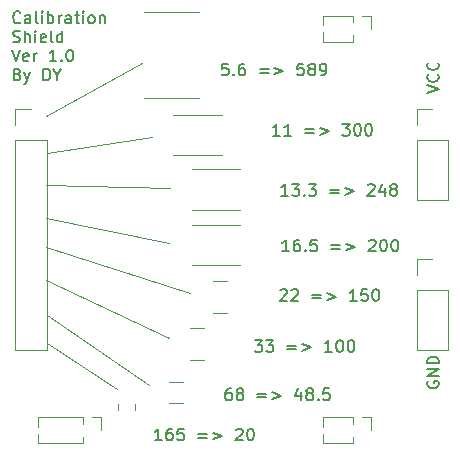
<source format=gbr>
G04 #@! TF.GenerationSoftware,KiCad,Pcbnew,5.99.0-unknown-df3fabf~86~ubuntu18.04.1*
G04 #@! TF.CreationDate,2019-10-25T18:59:48-04:00*
G04 #@! TF.ProjectId,current_calibration_board,63757272-656e-4745-9f63-616c69627261,rev?*
G04 #@! TF.SameCoordinates,Original*
G04 #@! TF.FileFunction,Legend,Top*
G04 #@! TF.FilePolarity,Positive*
%FSLAX46Y46*%
G04 Gerber Fmt 4.6, Leading zero omitted, Abs format (unit mm)*
G04 Created by KiCad (PCBNEW 5.99.0-unknown-df3fabf~86~ubuntu18.04.1) date 2019-10-25 18:59:48*
%MOMM*%
%LPD*%
G04 APERTURE LIST*
%ADD10C,0.150000*%
%ADD11C,0.120000*%
G04 APERTURE END LIST*
D10*
X166600000Y-112861904D02*
X166552380Y-112957142D01*
X166552380Y-113100000D01*
X166600000Y-113242857D01*
X166695238Y-113338095D01*
X166790476Y-113385714D01*
X166980952Y-113433333D01*
X167123809Y-113433333D01*
X167314285Y-113385714D01*
X167409523Y-113338095D01*
X167504761Y-113242857D01*
X167552380Y-113100000D01*
X167552380Y-113004761D01*
X167504761Y-112861904D01*
X167457142Y-112814285D01*
X167123809Y-112814285D01*
X167123809Y-113004761D01*
X167552380Y-112385714D02*
X166552380Y-112385714D01*
X167552380Y-111814285D01*
X166552380Y-111814285D01*
X167552380Y-111338095D02*
X166552380Y-111338095D01*
X166552380Y-111100000D01*
X166600000Y-110957142D01*
X166695238Y-110861904D01*
X166790476Y-110814285D01*
X166980952Y-110766666D01*
X167123809Y-110766666D01*
X167314285Y-110814285D01*
X167409523Y-110861904D01*
X167504761Y-110957142D01*
X167552380Y-111100000D01*
X167552380Y-111338095D01*
X166552380Y-88433333D02*
X167552380Y-88100000D01*
X166552380Y-87766666D01*
X167457142Y-86861904D02*
X167504761Y-86909523D01*
X167552380Y-87052380D01*
X167552380Y-87147619D01*
X167504761Y-87290476D01*
X167409523Y-87385714D01*
X167314285Y-87433333D01*
X167123809Y-87480952D01*
X166980952Y-87480952D01*
X166790476Y-87433333D01*
X166695238Y-87385714D01*
X166600000Y-87290476D01*
X166552380Y-87147619D01*
X166552380Y-87052380D01*
X166600000Y-86909523D01*
X166647619Y-86861904D01*
X167457142Y-85861904D02*
X167504761Y-85909523D01*
X167552380Y-86052380D01*
X167552380Y-86147619D01*
X167504761Y-86290476D01*
X167409523Y-86385714D01*
X167314285Y-86433333D01*
X167123809Y-86480952D01*
X166980952Y-86480952D01*
X166790476Y-86433333D01*
X166695238Y-86385714D01*
X166600000Y-86290476D01*
X166552380Y-86147619D01*
X166552380Y-86052380D01*
X166600000Y-85909523D01*
X166647619Y-85861904D01*
X132107023Y-82442142D02*
X132059404Y-82489761D01*
X131916547Y-82537380D01*
X131821309Y-82537380D01*
X131678452Y-82489761D01*
X131583214Y-82394523D01*
X131535595Y-82299285D01*
X131487976Y-82108809D01*
X131487976Y-81965952D01*
X131535595Y-81775476D01*
X131583214Y-81680238D01*
X131678452Y-81585000D01*
X131821309Y-81537380D01*
X131916547Y-81537380D01*
X132059404Y-81585000D01*
X132107023Y-81632619D01*
X132964166Y-82537380D02*
X132964166Y-82013571D01*
X132916547Y-81918333D01*
X132821309Y-81870714D01*
X132630833Y-81870714D01*
X132535595Y-81918333D01*
X132964166Y-82489761D02*
X132868928Y-82537380D01*
X132630833Y-82537380D01*
X132535595Y-82489761D01*
X132487976Y-82394523D01*
X132487976Y-82299285D01*
X132535595Y-82204047D01*
X132630833Y-82156428D01*
X132868928Y-82156428D01*
X132964166Y-82108809D01*
X133583214Y-82537380D02*
X133487976Y-82489761D01*
X133440357Y-82394523D01*
X133440357Y-81537380D01*
X133964166Y-82537380D02*
X133964166Y-81870714D01*
X133964166Y-81537380D02*
X133916547Y-81585000D01*
X133964166Y-81632619D01*
X134011785Y-81585000D01*
X133964166Y-81537380D01*
X133964166Y-81632619D01*
X134440357Y-82537380D02*
X134440357Y-81537380D01*
X134440357Y-81918333D02*
X134535595Y-81870714D01*
X134726071Y-81870714D01*
X134821309Y-81918333D01*
X134868928Y-81965952D01*
X134916547Y-82061190D01*
X134916547Y-82346904D01*
X134868928Y-82442142D01*
X134821309Y-82489761D01*
X134726071Y-82537380D01*
X134535595Y-82537380D01*
X134440357Y-82489761D01*
X135345119Y-82537380D02*
X135345119Y-81870714D01*
X135345119Y-82061190D02*
X135392738Y-81965952D01*
X135440357Y-81918333D01*
X135535595Y-81870714D01*
X135630833Y-81870714D01*
X136392738Y-82537380D02*
X136392738Y-82013571D01*
X136345119Y-81918333D01*
X136249880Y-81870714D01*
X136059404Y-81870714D01*
X135964166Y-81918333D01*
X136392738Y-82489761D02*
X136297500Y-82537380D01*
X136059404Y-82537380D01*
X135964166Y-82489761D01*
X135916547Y-82394523D01*
X135916547Y-82299285D01*
X135964166Y-82204047D01*
X136059404Y-82156428D01*
X136297500Y-82156428D01*
X136392738Y-82108809D01*
X136726071Y-81870714D02*
X137107023Y-81870714D01*
X136868928Y-81537380D02*
X136868928Y-82394523D01*
X136916547Y-82489761D01*
X137011785Y-82537380D01*
X137107023Y-82537380D01*
X137440357Y-82537380D02*
X137440357Y-81870714D01*
X137440357Y-81537380D02*
X137392738Y-81585000D01*
X137440357Y-81632619D01*
X137487976Y-81585000D01*
X137440357Y-81537380D01*
X137440357Y-81632619D01*
X138059404Y-82537380D02*
X137964166Y-82489761D01*
X137916547Y-82442142D01*
X137868928Y-82346904D01*
X137868928Y-82061190D01*
X137916547Y-81965952D01*
X137964166Y-81918333D01*
X138059404Y-81870714D01*
X138202261Y-81870714D01*
X138297500Y-81918333D01*
X138345119Y-81965952D01*
X138392738Y-82061190D01*
X138392738Y-82346904D01*
X138345119Y-82442142D01*
X138297500Y-82489761D01*
X138202261Y-82537380D01*
X138059404Y-82537380D01*
X138821309Y-81870714D02*
X138821309Y-82537380D01*
X138821309Y-81965952D02*
X138868928Y-81918333D01*
X138964166Y-81870714D01*
X139107023Y-81870714D01*
X139202261Y-81918333D01*
X139249880Y-82013571D01*
X139249880Y-82537380D01*
X131487976Y-84099761D02*
X131630833Y-84147380D01*
X131868928Y-84147380D01*
X131964166Y-84099761D01*
X132011785Y-84052142D01*
X132059404Y-83956904D01*
X132059404Y-83861666D01*
X132011785Y-83766428D01*
X131964166Y-83718809D01*
X131868928Y-83671190D01*
X131678452Y-83623571D01*
X131583214Y-83575952D01*
X131535595Y-83528333D01*
X131487976Y-83433095D01*
X131487976Y-83337857D01*
X131535595Y-83242619D01*
X131583214Y-83195000D01*
X131678452Y-83147380D01*
X131916547Y-83147380D01*
X132059404Y-83195000D01*
X132487976Y-84147380D02*
X132487976Y-83147380D01*
X132916547Y-84147380D02*
X132916547Y-83623571D01*
X132868928Y-83528333D01*
X132773690Y-83480714D01*
X132630833Y-83480714D01*
X132535595Y-83528333D01*
X132487976Y-83575952D01*
X133392738Y-84147380D02*
X133392738Y-83480714D01*
X133392738Y-83147380D02*
X133345119Y-83195000D01*
X133392738Y-83242619D01*
X133440357Y-83195000D01*
X133392738Y-83147380D01*
X133392738Y-83242619D01*
X134249880Y-84099761D02*
X134154642Y-84147380D01*
X133964166Y-84147380D01*
X133868928Y-84099761D01*
X133821309Y-84004523D01*
X133821309Y-83623571D01*
X133868928Y-83528333D01*
X133964166Y-83480714D01*
X134154642Y-83480714D01*
X134249880Y-83528333D01*
X134297500Y-83623571D01*
X134297500Y-83718809D01*
X133821309Y-83814047D01*
X134868928Y-84147380D02*
X134773690Y-84099761D01*
X134726071Y-84004523D01*
X134726071Y-83147380D01*
X135678452Y-84147380D02*
X135678452Y-83147380D01*
X135678452Y-84099761D02*
X135583214Y-84147380D01*
X135392738Y-84147380D01*
X135297500Y-84099761D01*
X135249880Y-84052142D01*
X135202261Y-83956904D01*
X135202261Y-83671190D01*
X135249880Y-83575952D01*
X135297500Y-83528333D01*
X135392738Y-83480714D01*
X135583214Y-83480714D01*
X135678452Y-83528333D01*
X131392738Y-84757380D02*
X131726071Y-85757380D01*
X132059404Y-84757380D01*
X132773690Y-85709761D02*
X132678452Y-85757380D01*
X132487976Y-85757380D01*
X132392738Y-85709761D01*
X132345119Y-85614523D01*
X132345119Y-85233571D01*
X132392738Y-85138333D01*
X132487976Y-85090714D01*
X132678452Y-85090714D01*
X132773690Y-85138333D01*
X132821309Y-85233571D01*
X132821309Y-85328809D01*
X132345119Y-85424047D01*
X133249880Y-85757380D02*
X133249880Y-85090714D01*
X133249880Y-85281190D02*
X133297500Y-85185952D01*
X133345119Y-85138333D01*
X133440357Y-85090714D01*
X133535595Y-85090714D01*
X135154642Y-85757380D02*
X134583214Y-85757380D01*
X134868928Y-85757380D02*
X134868928Y-84757380D01*
X134773690Y-84900238D01*
X134678452Y-84995476D01*
X134583214Y-85043095D01*
X135583214Y-85662142D02*
X135630833Y-85709761D01*
X135583214Y-85757380D01*
X135535595Y-85709761D01*
X135583214Y-85662142D01*
X135583214Y-85757380D01*
X136249880Y-84757380D02*
X136345119Y-84757380D01*
X136440357Y-84805000D01*
X136487976Y-84852619D01*
X136535595Y-84947857D01*
X136583214Y-85138333D01*
X136583214Y-85376428D01*
X136535595Y-85566904D01*
X136487976Y-85662142D01*
X136440357Y-85709761D01*
X136345119Y-85757380D01*
X136249880Y-85757380D01*
X136154642Y-85709761D01*
X136107023Y-85662142D01*
X136059404Y-85566904D01*
X136011785Y-85376428D01*
X136011785Y-85138333D01*
X136059404Y-84947857D01*
X136107023Y-84852619D01*
X136154642Y-84805000D01*
X136249880Y-84757380D01*
X131868928Y-86843571D02*
X132011785Y-86891190D01*
X132059404Y-86938809D01*
X132107023Y-87034047D01*
X132107023Y-87176904D01*
X132059404Y-87272142D01*
X132011785Y-87319761D01*
X131916547Y-87367380D01*
X131535595Y-87367380D01*
X131535595Y-86367380D01*
X131868928Y-86367380D01*
X131964166Y-86415000D01*
X132011785Y-86462619D01*
X132059404Y-86557857D01*
X132059404Y-86653095D01*
X132011785Y-86748333D01*
X131964166Y-86795952D01*
X131868928Y-86843571D01*
X131535595Y-86843571D01*
X132440357Y-86700714D02*
X132678452Y-87367380D01*
X132916547Y-86700714D02*
X132678452Y-87367380D01*
X132583214Y-87605476D01*
X132535595Y-87653095D01*
X132440357Y-87700714D01*
X134059404Y-87367380D02*
X134059404Y-86367380D01*
X134297500Y-86367380D01*
X134440357Y-86415000D01*
X134535595Y-86510238D01*
X134583214Y-86605476D01*
X134630833Y-86795952D01*
X134630833Y-86938809D01*
X134583214Y-87129285D01*
X134535595Y-87224523D01*
X134440357Y-87319761D01*
X134297500Y-87367380D01*
X134059404Y-87367380D01*
X135249880Y-86891190D02*
X135249880Y-87367380D01*
X134916547Y-86367380D02*
X135249880Y-86891190D01*
X135583214Y-86367380D01*
D11*
X143300000Y-92200000D02*
X134400000Y-93500000D01*
X134300000Y-90400000D02*
X142400000Y-85900000D01*
X134300000Y-96200000D02*
X144800000Y-96500000D01*
X144700000Y-101100000D02*
X134300000Y-99000000D01*
X134300000Y-101500000D02*
X146500000Y-105400000D01*
X144700000Y-109200000D02*
X134300000Y-104300000D01*
X143000000Y-113200000D02*
X134400000Y-107200000D01*
X134400000Y-109600000D02*
X140300000Y-113500000D01*
D10*
X144080952Y-117852380D02*
X143509523Y-117852380D01*
X143795238Y-117852380D02*
X143795238Y-116852380D01*
X143700000Y-116995238D01*
X143604761Y-117090476D01*
X143509523Y-117138095D01*
X144938095Y-116852380D02*
X144747619Y-116852380D01*
X144652380Y-116900000D01*
X144604761Y-116947619D01*
X144509523Y-117090476D01*
X144461904Y-117280952D01*
X144461904Y-117661904D01*
X144509523Y-117757142D01*
X144557142Y-117804761D01*
X144652380Y-117852380D01*
X144842857Y-117852380D01*
X144938095Y-117804761D01*
X144985714Y-117757142D01*
X145033333Y-117661904D01*
X145033333Y-117423809D01*
X144985714Y-117328571D01*
X144938095Y-117280952D01*
X144842857Y-117233333D01*
X144652380Y-117233333D01*
X144557142Y-117280952D01*
X144509523Y-117328571D01*
X144461904Y-117423809D01*
X145938095Y-116852380D02*
X145461904Y-116852380D01*
X145414285Y-117328571D01*
X145461904Y-117280952D01*
X145557142Y-117233333D01*
X145795238Y-117233333D01*
X145890476Y-117280952D01*
X145938095Y-117328571D01*
X145985714Y-117423809D01*
X145985714Y-117661904D01*
X145938095Y-117757142D01*
X145890476Y-117804761D01*
X145795238Y-117852380D01*
X145557142Y-117852380D01*
X145461904Y-117804761D01*
X145414285Y-117757142D01*
X147176190Y-117328571D02*
X147938095Y-117328571D01*
X147938095Y-117614285D02*
X147176190Y-117614285D01*
X148414285Y-117185714D02*
X149176190Y-117471428D01*
X148414285Y-117757142D01*
X150366666Y-116947619D02*
X150414285Y-116900000D01*
X150509523Y-116852380D01*
X150747619Y-116852380D01*
X150842857Y-116900000D01*
X150890476Y-116947619D01*
X150938095Y-117042857D01*
X150938095Y-117138095D01*
X150890476Y-117280952D01*
X150319047Y-117852380D01*
X150938095Y-117852380D01*
X151557142Y-116852380D02*
X151652380Y-116852380D01*
X151747619Y-116900000D01*
X151795238Y-116947619D01*
X151842857Y-117042857D01*
X151890476Y-117233333D01*
X151890476Y-117471428D01*
X151842857Y-117661904D01*
X151795238Y-117757142D01*
X151747619Y-117804761D01*
X151652380Y-117852380D01*
X151557142Y-117852380D01*
X151461904Y-117804761D01*
X151414285Y-117757142D01*
X151366666Y-117661904D01*
X151319047Y-117471428D01*
X151319047Y-117233333D01*
X151366666Y-117042857D01*
X151414285Y-116947619D01*
X151461904Y-116900000D01*
X151557142Y-116852380D01*
X149947619Y-113452380D02*
X149757142Y-113452380D01*
X149661904Y-113500000D01*
X149614285Y-113547619D01*
X149519047Y-113690476D01*
X149471428Y-113880952D01*
X149471428Y-114261904D01*
X149519047Y-114357142D01*
X149566666Y-114404761D01*
X149661904Y-114452380D01*
X149852380Y-114452380D01*
X149947619Y-114404761D01*
X149995238Y-114357142D01*
X150042857Y-114261904D01*
X150042857Y-114023809D01*
X149995238Y-113928571D01*
X149947619Y-113880952D01*
X149852380Y-113833333D01*
X149661904Y-113833333D01*
X149566666Y-113880952D01*
X149519047Y-113928571D01*
X149471428Y-114023809D01*
X150614285Y-113880952D02*
X150519047Y-113833333D01*
X150471428Y-113785714D01*
X150423809Y-113690476D01*
X150423809Y-113642857D01*
X150471428Y-113547619D01*
X150519047Y-113500000D01*
X150614285Y-113452380D01*
X150804761Y-113452380D01*
X150900000Y-113500000D01*
X150947619Y-113547619D01*
X150995238Y-113642857D01*
X150995238Y-113690476D01*
X150947619Y-113785714D01*
X150900000Y-113833333D01*
X150804761Y-113880952D01*
X150614285Y-113880952D01*
X150519047Y-113928571D01*
X150471428Y-113976190D01*
X150423809Y-114071428D01*
X150423809Y-114261904D01*
X150471428Y-114357142D01*
X150519047Y-114404761D01*
X150614285Y-114452380D01*
X150804761Y-114452380D01*
X150900000Y-114404761D01*
X150947619Y-114357142D01*
X150995238Y-114261904D01*
X150995238Y-114071428D01*
X150947619Y-113976190D01*
X150900000Y-113928571D01*
X150804761Y-113880952D01*
X152185714Y-113928571D02*
X152947619Y-113928571D01*
X152947619Y-114214285D02*
X152185714Y-114214285D01*
X153423809Y-113785714D02*
X154185714Y-114071428D01*
X153423809Y-114357142D01*
X155852380Y-113785714D02*
X155852380Y-114452380D01*
X155614285Y-113404761D02*
X155376190Y-114119047D01*
X155995238Y-114119047D01*
X156519047Y-113880952D02*
X156423809Y-113833333D01*
X156376190Y-113785714D01*
X156328571Y-113690476D01*
X156328571Y-113642857D01*
X156376190Y-113547619D01*
X156423809Y-113500000D01*
X156519047Y-113452380D01*
X156709523Y-113452380D01*
X156804761Y-113500000D01*
X156852380Y-113547619D01*
X156900000Y-113642857D01*
X156900000Y-113690476D01*
X156852380Y-113785714D01*
X156804761Y-113833333D01*
X156709523Y-113880952D01*
X156519047Y-113880952D01*
X156423809Y-113928571D01*
X156376190Y-113976190D01*
X156328571Y-114071428D01*
X156328571Y-114261904D01*
X156376190Y-114357142D01*
X156423809Y-114404761D01*
X156519047Y-114452380D01*
X156709523Y-114452380D01*
X156804761Y-114404761D01*
X156852380Y-114357142D01*
X156900000Y-114261904D01*
X156900000Y-114071428D01*
X156852380Y-113976190D01*
X156804761Y-113928571D01*
X156709523Y-113880952D01*
X157328571Y-114357142D02*
X157376190Y-114404761D01*
X157328571Y-114452380D01*
X157280952Y-114404761D01*
X157328571Y-114357142D01*
X157328571Y-114452380D01*
X158280952Y-113452380D02*
X157804761Y-113452380D01*
X157757142Y-113928571D01*
X157804761Y-113880952D01*
X157900000Y-113833333D01*
X158138095Y-113833333D01*
X158233333Y-113880952D01*
X158280952Y-113928571D01*
X158328571Y-114023809D01*
X158328571Y-114261904D01*
X158280952Y-114357142D01*
X158233333Y-114404761D01*
X158138095Y-114452380D01*
X157900000Y-114452380D01*
X157804761Y-114404761D01*
X157757142Y-114357142D01*
X151961904Y-109352380D02*
X152580952Y-109352380D01*
X152247619Y-109733333D01*
X152390476Y-109733333D01*
X152485714Y-109780952D01*
X152533333Y-109828571D01*
X152580952Y-109923809D01*
X152580952Y-110161904D01*
X152533333Y-110257142D01*
X152485714Y-110304761D01*
X152390476Y-110352380D01*
X152104761Y-110352380D01*
X152009523Y-110304761D01*
X151961904Y-110257142D01*
X152914285Y-109352380D02*
X153533333Y-109352380D01*
X153200000Y-109733333D01*
X153342857Y-109733333D01*
X153438095Y-109780952D01*
X153485714Y-109828571D01*
X153533333Y-109923809D01*
X153533333Y-110161904D01*
X153485714Y-110257142D01*
X153438095Y-110304761D01*
X153342857Y-110352380D01*
X153057142Y-110352380D01*
X152961904Y-110304761D01*
X152914285Y-110257142D01*
X154723809Y-109828571D02*
X155485714Y-109828571D01*
X155485714Y-110114285D02*
X154723809Y-110114285D01*
X155961904Y-109685714D02*
X156723809Y-109971428D01*
X155961904Y-110257142D01*
X158485714Y-110352380D02*
X157914285Y-110352380D01*
X158200000Y-110352380D02*
X158200000Y-109352380D01*
X158104761Y-109495238D01*
X158009523Y-109590476D01*
X157914285Y-109638095D01*
X159104761Y-109352380D02*
X159200000Y-109352380D01*
X159295238Y-109400000D01*
X159342857Y-109447619D01*
X159390476Y-109542857D01*
X159438095Y-109733333D01*
X159438095Y-109971428D01*
X159390476Y-110161904D01*
X159342857Y-110257142D01*
X159295238Y-110304761D01*
X159200000Y-110352380D01*
X159104761Y-110352380D01*
X159009523Y-110304761D01*
X158961904Y-110257142D01*
X158914285Y-110161904D01*
X158866666Y-109971428D01*
X158866666Y-109733333D01*
X158914285Y-109542857D01*
X158961904Y-109447619D01*
X159009523Y-109400000D01*
X159104761Y-109352380D01*
X160057142Y-109352380D02*
X160152380Y-109352380D01*
X160247619Y-109400000D01*
X160295238Y-109447619D01*
X160342857Y-109542857D01*
X160390476Y-109733333D01*
X160390476Y-109971428D01*
X160342857Y-110161904D01*
X160295238Y-110257142D01*
X160247619Y-110304761D01*
X160152380Y-110352380D01*
X160057142Y-110352380D01*
X159961904Y-110304761D01*
X159914285Y-110257142D01*
X159866666Y-110161904D01*
X159819047Y-109971428D01*
X159819047Y-109733333D01*
X159866666Y-109542857D01*
X159914285Y-109447619D01*
X159961904Y-109400000D01*
X160057142Y-109352380D01*
X154109523Y-105147619D02*
X154157142Y-105100000D01*
X154252380Y-105052380D01*
X154490476Y-105052380D01*
X154585714Y-105100000D01*
X154633333Y-105147619D01*
X154680952Y-105242857D01*
X154680952Y-105338095D01*
X154633333Y-105480952D01*
X154061904Y-106052380D01*
X154680952Y-106052380D01*
X155061904Y-105147619D02*
X155109523Y-105100000D01*
X155204761Y-105052380D01*
X155442857Y-105052380D01*
X155538095Y-105100000D01*
X155585714Y-105147619D01*
X155633333Y-105242857D01*
X155633333Y-105338095D01*
X155585714Y-105480952D01*
X155014285Y-106052380D01*
X155633333Y-106052380D01*
X156823809Y-105528571D02*
X157585714Y-105528571D01*
X157585714Y-105814285D02*
X156823809Y-105814285D01*
X158061904Y-105385714D02*
X158823809Y-105671428D01*
X158061904Y-105957142D01*
X160585714Y-106052380D02*
X160014285Y-106052380D01*
X160300000Y-106052380D02*
X160300000Y-105052380D01*
X160204761Y-105195238D01*
X160109523Y-105290476D01*
X160014285Y-105338095D01*
X161490476Y-105052380D02*
X161014285Y-105052380D01*
X160966666Y-105528571D01*
X161014285Y-105480952D01*
X161109523Y-105433333D01*
X161347619Y-105433333D01*
X161442857Y-105480952D01*
X161490476Y-105528571D01*
X161538095Y-105623809D01*
X161538095Y-105861904D01*
X161490476Y-105957142D01*
X161442857Y-106004761D01*
X161347619Y-106052380D01*
X161109523Y-106052380D01*
X161014285Y-106004761D01*
X160966666Y-105957142D01*
X162157142Y-105052380D02*
X162252380Y-105052380D01*
X162347619Y-105100000D01*
X162395238Y-105147619D01*
X162442857Y-105242857D01*
X162490476Y-105433333D01*
X162490476Y-105671428D01*
X162442857Y-105861904D01*
X162395238Y-105957142D01*
X162347619Y-106004761D01*
X162252380Y-106052380D01*
X162157142Y-106052380D01*
X162061904Y-106004761D01*
X162014285Y-105957142D01*
X161966666Y-105861904D01*
X161919047Y-105671428D01*
X161919047Y-105433333D01*
X161966666Y-105242857D01*
X162014285Y-105147619D01*
X162061904Y-105100000D01*
X162157142Y-105052380D01*
X154866666Y-101852380D02*
X154295238Y-101852380D01*
X154580952Y-101852380D02*
X154580952Y-100852380D01*
X154485714Y-100995238D01*
X154390476Y-101090476D01*
X154295238Y-101138095D01*
X155723809Y-100852380D02*
X155533333Y-100852380D01*
X155438095Y-100900000D01*
X155390476Y-100947619D01*
X155295238Y-101090476D01*
X155247619Y-101280952D01*
X155247619Y-101661904D01*
X155295238Y-101757142D01*
X155342857Y-101804761D01*
X155438095Y-101852380D01*
X155628571Y-101852380D01*
X155723809Y-101804761D01*
X155771428Y-101757142D01*
X155819047Y-101661904D01*
X155819047Y-101423809D01*
X155771428Y-101328571D01*
X155723809Y-101280952D01*
X155628571Y-101233333D01*
X155438095Y-101233333D01*
X155342857Y-101280952D01*
X155295238Y-101328571D01*
X155247619Y-101423809D01*
X156247619Y-101757142D02*
X156295238Y-101804761D01*
X156247619Y-101852380D01*
X156200000Y-101804761D01*
X156247619Y-101757142D01*
X156247619Y-101852380D01*
X157200000Y-100852380D02*
X156723809Y-100852380D01*
X156676190Y-101328571D01*
X156723809Y-101280952D01*
X156819047Y-101233333D01*
X157057142Y-101233333D01*
X157152380Y-101280952D01*
X157200000Y-101328571D01*
X157247619Y-101423809D01*
X157247619Y-101661904D01*
X157200000Y-101757142D01*
X157152380Y-101804761D01*
X157057142Y-101852380D01*
X156819047Y-101852380D01*
X156723809Y-101804761D01*
X156676190Y-101757142D01*
X158438095Y-101328571D02*
X159200000Y-101328571D01*
X159200000Y-101614285D02*
X158438095Y-101614285D01*
X159676190Y-101185714D02*
X160438095Y-101471428D01*
X159676190Y-101757142D01*
X161628571Y-100947619D02*
X161676190Y-100900000D01*
X161771428Y-100852380D01*
X162009523Y-100852380D01*
X162104761Y-100900000D01*
X162152380Y-100947619D01*
X162200000Y-101042857D01*
X162200000Y-101138095D01*
X162152380Y-101280952D01*
X161580952Y-101852380D01*
X162200000Y-101852380D01*
X162819047Y-100852380D02*
X162914285Y-100852380D01*
X163009523Y-100900000D01*
X163057142Y-100947619D01*
X163104761Y-101042857D01*
X163152380Y-101233333D01*
X163152380Y-101471428D01*
X163104761Y-101661904D01*
X163057142Y-101757142D01*
X163009523Y-101804761D01*
X162914285Y-101852380D01*
X162819047Y-101852380D01*
X162723809Y-101804761D01*
X162676190Y-101757142D01*
X162628571Y-101661904D01*
X162580952Y-101471428D01*
X162580952Y-101233333D01*
X162628571Y-101042857D01*
X162676190Y-100947619D01*
X162723809Y-100900000D01*
X162819047Y-100852380D01*
X163771428Y-100852380D02*
X163866666Y-100852380D01*
X163961904Y-100900000D01*
X164009523Y-100947619D01*
X164057142Y-101042857D01*
X164104761Y-101233333D01*
X164104761Y-101471428D01*
X164057142Y-101661904D01*
X164009523Y-101757142D01*
X163961904Y-101804761D01*
X163866666Y-101852380D01*
X163771428Y-101852380D01*
X163676190Y-101804761D01*
X163628571Y-101757142D01*
X163580952Y-101661904D01*
X163533333Y-101471428D01*
X163533333Y-101233333D01*
X163580952Y-101042857D01*
X163628571Y-100947619D01*
X163676190Y-100900000D01*
X163771428Y-100852380D01*
X154766666Y-97152380D02*
X154195238Y-97152380D01*
X154480952Y-97152380D02*
X154480952Y-96152380D01*
X154385714Y-96295238D01*
X154290476Y-96390476D01*
X154195238Y-96438095D01*
X155100000Y-96152380D02*
X155719047Y-96152380D01*
X155385714Y-96533333D01*
X155528571Y-96533333D01*
X155623809Y-96580952D01*
X155671428Y-96628571D01*
X155719047Y-96723809D01*
X155719047Y-96961904D01*
X155671428Y-97057142D01*
X155623809Y-97104761D01*
X155528571Y-97152380D01*
X155242857Y-97152380D01*
X155147619Y-97104761D01*
X155100000Y-97057142D01*
X156147619Y-97057142D02*
X156195238Y-97104761D01*
X156147619Y-97152380D01*
X156100000Y-97104761D01*
X156147619Y-97057142D01*
X156147619Y-97152380D01*
X156528571Y-96152380D02*
X157147619Y-96152380D01*
X156814285Y-96533333D01*
X156957142Y-96533333D01*
X157052380Y-96580952D01*
X157100000Y-96628571D01*
X157147619Y-96723809D01*
X157147619Y-96961904D01*
X157100000Y-97057142D01*
X157052380Y-97104761D01*
X156957142Y-97152380D01*
X156671428Y-97152380D01*
X156576190Y-97104761D01*
X156528571Y-97057142D01*
X158338095Y-96628571D02*
X159100000Y-96628571D01*
X159100000Y-96914285D02*
X158338095Y-96914285D01*
X159576190Y-96485714D02*
X160338095Y-96771428D01*
X159576190Y-97057142D01*
X161528571Y-96247619D02*
X161576190Y-96200000D01*
X161671428Y-96152380D01*
X161909523Y-96152380D01*
X162004761Y-96200000D01*
X162052380Y-96247619D01*
X162100000Y-96342857D01*
X162100000Y-96438095D01*
X162052380Y-96580952D01*
X161480952Y-97152380D01*
X162100000Y-97152380D01*
X162957142Y-96485714D02*
X162957142Y-97152380D01*
X162719047Y-96104761D02*
X162480952Y-96819047D01*
X163100000Y-96819047D01*
X163623809Y-96580952D02*
X163528571Y-96533333D01*
X163480952Y-96485714D01*
X163433333Y-96390476D01*
X163433333Y-96342857D01*
X163480952Y-96247619D01*
X163528571Y-96200000D01*
X163623809Y-96152380D01*
X163814285Y-96152380D01*
X163909523Y-96200000D01*
X163957142Y-96247619D01*
X164004761Y-96342857D01*
X164004761Y-96390476D01*
X163957142Y-96485714D01*
X163909523Y-96533333D01*
X163814285Y-96580952D01*
X163623809Y-96580952D01*
X163528571Y-96628571D01*
X163480952Y-96676190D01*
X163433333Y-96771428D01*
X163433333Y-96961904D01*
X163480952Y-97057142D01*
X163528571Y-97104761D01*
X163623809Y-97152380D01*
X163814285Y-97152380D01*
X163909523Y-97104761D01*
X163957142Y-97057142D01*
X164004761Y-96961904D01*
X164004761Y-96771428D01*
X163957142Y-96676190D01*
X163909523Y-96628571D01*
X163814285Y-96580952D01*
X154080952Y-92052380D02*
X153509523Y-92052380D01*
X153795238Y-92052380D02*
X153795238Y-91052380D01*
X153700000Y-91195238D01*
X153604761Y-91290476D01*
X153509523Y-91338095D01*
X155033333Y-92052380D02*
X154461904Y-92052380D01*
X154747619Y-92052380D02*
X154747619Y-91052380D01*
X154652380Y-91195238D01*
X154557142Y-91290476D01*
X154461904Y-91338095D01*
X156223809Y-91528571D02*
X156985714Y-91528571D01*
X156985714Y-91814285D02*
X156223809Y-91814285D01*
X157461904Y-91385714D02*
X158223809Y-91671428D01*
X157461904Y-91957142D01*
X159366666Y-91052380D02*
X159985714Y-91052380D01*
X159652380Y-91433333D01*
X159795238Y-91433333D01*
X159890476Y-91480952D01*
X159938095Y-91528571D01*
X159985714Y-91623809D01*
X159985714Y-91861904D01*
X159938095Y-91957142D01*
X159890476Y-92004761D01*
X159795238Y-92052380D01*
X159509523Y-92052380D01*
X159414285Y-92004761D01*
X159366666Y-91957142D01*
X160604761Y-91052380D02*
X160700000Y-91052380D01*
X160795238Y-91100000D01*
X160842857Y-91147619D01*
X160890476Y-91242857D01*
X160938095Y-91433333D01*
X160938095Y-91671428D01*
X160890476Y-91861904D01*
X160842857Y-91957142D01*
X160795238Y-92004761D01*
X160700000Y-92052380D01*
X160604761Y-92052380D01*
X160509523Y-92004761D01*
X160461904Y-91957142D01*
X160414285Y-91861904D01*
X160366666Y-91671428D01*
X160366666Y-91433333D01*
X160414285Y-91242857D01*
X160461904Y-91147619D01*
X160509523Y-91100000D01*
X160604761Y-91052380D01*
X161557142Y-91052380D02*
X161652380Y-91052380D01*
X161747619Y-91100000D01*
X161795238Y-91147619D01*
X161842857Y-91242857D01*
X161890476Y-91433333D01*
X161890476Y-91671428D01*
X161842857Y-91861904D01*
X161795238Y-91957142D01*
X161747619Y-92004761D01*
X161652380Y-92052380D01*
X161557142Y-92052380D01*
X161461904Y-92004761D01*
X161414285Y-91957142D01*
X161366666Y-91861904D01*
X161319047Y-91671428D01*
X161319047Y-91433333D01*
X161366666Y-91242857D01*
X161414285Y-91147619D01*
X161461904Y-91100000D01*
X161557142Y-91052380D01*
X149695238Y-85952380D02*
X149219047Y-85952380D01*
X149171428Y-86428571D01*
X149219047Y-86380952D01*
X149314285Y-86333333D01*
X149552380Y-86333333D01*
X149647619Y-86380952D01*
X149695238Y-86428571D01*
X149742857Y-86523809D01*
X149742857Y-86761904D01*
X149695238Y-86857142D01*
X149647619Y-86904761D01*
X149552380Y-86952380D01*
X149314285Y-86952380D01*
X149219047Y-86904761D01*
X149171428Y-86857142D01*
X150171428Y-86857142D02*
X150219047Y-86904761D01*
X150171428Y-86952380D01*
X150123809Y-86904761D01*
X150171428Y-86857142D01*
X150171428Y-86952380D01*
X151076190Y-85952380D02*
X150885714Y-85952380D01*
X150790476Y-86000000D01*
X150742857Y-86047619D01*
X150647619Y-86190476D01*
X150600000Y-86380952D01*
X150600000Y-86761904D01*
X150647619Y-86857142D01*
X150695238Y-86904761D01*
X150790476Y-86952380D01*
X150980952Y-86952380D01*
X151076190Y-86904761D01*
X151123809Y-86857142D01*
X151171428Y-86761904D01*
X151171428Y-86523809D01*
X151123809Y-86428571D01*
X151076190Y-86380952D01*
X150980952Y-86333333D01*
X150790476Y-86333333D01*
X150695238Y-86380952D01*
X150647619Y-86428571D01*
X150600000Y-86523809D01*
X152361904Y-86428571D02*
X153123809Y-86428571D01*
X153123809Y-86714285D02*
X152361904Y-86714285D01*
X153600000Y-86285714D02*
X154361904Y-86571428D01*
X153600000Y-86857142D01*
X156076190Y-85952380D02*
X155600000Y-85952380D01*
X155552380Y-86428571D01*
X155600000Y-86380952D01*
X155695238Y-86333333D01*
X155933333Y-86333333D01*
X156028571Y-86380952D01*
X156076190Y-86428571D01*
X156123809Y-86523809D01*
X156123809Y-86761904D01*
X156076190Y-86857142D01*
X156028571Y-86904761D01*
X155933333Y-86952380D01*
X155695238Y-86952380D01*
X155600000Y-86904761D01*
X155552380Y-86857142D01*
X156695238Y-86380952D02*
X156600000Y-86333333D01*
X156552380Y-86285714D01*
X156504761Y-86190476D01*
X156504761Y-86142857D01*
X156552380Y-86047619D01*
X156600000Y-86000000D01*
X156695238Y-85952380D01*
X156885714Y-85952380D01*
X156980952Y-86000000D01*
X157028571Y-86047619D01*
X157076190Y-86142857D01*
X157076190Y-86190476D01*
X157028571Y-86285714D01*
X156980952Y-86333333D01*
X156885714Y-86380952D01*
X156695238Y-86380952D01*
X156600000Y-86428571D01*
X156552380Y-86476190D01*
X156504761Y-86571428D01*
X156504761Y-86761904D01*
X156552380Y-86857142D01*
X156600000Y-86904761D01*
X156695238Y-86952380D01*
X156885714Y-86952380D01*
X156980952Y-86904761D01*
X157028571Y-86857142D01*
X157076190Y-86761904D01*
X157076190Y-86571428D01*
X157028571Y-86476190D01*
X156980952Y-86428571D01*
X156885714Y-86380952D01*
X157552380Y-86952380D02*
X157742857Y-86952380D01*
X157838095Y-86904761D01*
X157885714Y-86857142D01*
X157980952Y-86714285D01*
X158028571Y-86523809D01*
X158028571Y-86142857D01*
X157980952Y-86047619D01*
X157933333Y-86000000D01*
X157838095Y-85952380D01*
X157647619Y-85952380D01*
X157552380Y-86000000D01*
X157504761Y-86047619D01*
X157457142Y-86142857D01*
X157457142Y-86380952D01*
X157504761Y-86476190D01*
X157552380Y-86523809D01*
X157647619Y-86571428D01*
X157838095Y-86571428D01*
X157933333Y-86523809D01*
X157980952Y-86476190D01*
X158028571Y-86380952D01*
D11*
X165670000Y-102480000D02*
X167000000Y-102480000D01*
X165670000Y-103810000D02*
X165670000Y-102480000D01*
X165670000Y-105080000D02*
X168330000Y-105080000D01*
X168330000Y-105080000D02*
X168330000Y-110220000D01*
X165670000Y-105080000D02*
X165670000Y-110220000D01*
X165670000Y-110220000D02*
X168330000Y-110220000D01*
X147250000Y-81550000D02*
X142550000Y-81550000D01*
X147200000Y-88850000D02*
X142550000Y-88850000D01*
X149152064Y-90290000D02*
X145047936Y-90290000D01*
X149152064Y-93710000D02*
X145047936Y-93710000D01*
X150752064Y-94890000D02*
X146647936Y-94890000D01*
X150752064Y-98310000D02*
X146647936Y-98310000D01*
X150752064Y-99590000D02*
X146647936Y-99590000D01*
X150752064Y-103010000D02*
X146647936Y-103010000D01*
X149602064Y-104340000D02*
X148397936Y-104340000D01*
X149602064Y-107060000D02*
X148397936Y-107060000D01*
X147702064Y-108340000D02*
X146497936Y-108340000D01*
X147702064Y-111060000D02*
X146497936Y-111060000D01*
X145902064Y-112890000D02*
X144697936Y-112890000D01*
X145902064Y-114710000D02*
X144697936Y-114710000D01*
X141810000Y-115261252D02*
X141810000Y-114738748D01*
X140390000Y-115261252D02*
X140390000Y-114738748D01*
X131670000Y-89780000D02*
X133000000Y-89780000D01*
X131670000Y-91110000D02*
X131670000Y-89780000D01*
X131670000Y-92380000D02*
X134330000Y-92380000D01*
X134330000Y-92380000D02*
X134330000Y-110220000D01*
X131670000Y-92380000D02*
X131670000Y-110220000D01*
X131670000Y-110220000D02*
X134330000Y-110220000D01*
X165670000Y-89780000D02*
X167000000Y-89780000D01*
X165670000Y-91110000D02*
X165670000Y-89780000D01*
X165670000Y-92380000D02*
X168330000Y-92380000D01*
X168330000Y-92380000D02*
X168330000Y-97520000D01*
X165670000Y-92380000D02*
X165670000Y-97520000D01*
X165670000Y-97520000D02*
X168330000Y-97520000D01*
X138900000Y-115890000D02*
X138900000Y-117000000D01*
X138140000Y-115890000D02*
X138900000Y-115890000D01*
X137380000Y-117563471D02*
X137380000Y-118110000D01*
X137380000Y-115890000D02*
X137380000Y-116436529D01*
X137380000Y-118110000D02*
X133635000Y-118110000D01*
X137380000Y-115890000D02*
X133635000Y-115890000D01*
X133635000Y-117307530D02*
X133635000Y-118110000D01*
X133635000Y-115890000D02*
X133635000Y-116692470D01*
X161760000Y-81890000D02*
X161760000Y-83000000D01*
X161000000Y-81890000D02*
X161760000Y-81890000D01*
X160240000Y-83563471D02*
X160240000Y-84110000D01*
X160240000Y-81890000D02*
X160240000Y-82436529D01*
X160240000Y-84110000D02*
X157765000Y-84110000D01*
X160240000Y-81890000D02*
X157765000Y-81890000D01*
X157765000Y-83307530D02*
X157765000Y-84110000D01*
X157765000Y-81890000D02*
X157765000Y-82692470D01*
X161760000Y-115890000D02*
X161760000Y-117000000D01*
X161000000Y-115890000D02*
X161760000Y-115890000D01*
X160240000Y-117563471D02*
X160240000Y-118110000D01*
X160240000Y-115890000D02*
X160240000Y-116436529D01*
X160240000Y-118110000D02*
X157765000Y-118110000D01*
X160240000Y-115890000D02*
X157765000Y-115890000D01*
X157765000Y-117307530D02*
X157765000Y-118110000D01*
X157765000Y-115890000D02*
X157765000Y-116692470D01*
M02*

</source>
